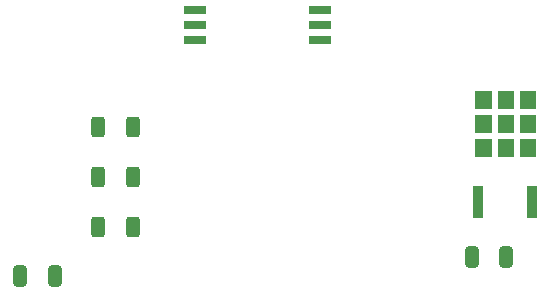
<source format=gbr>
%TF.GenerationSoftware,KiCad,Pcbnew,8.0.1*%
%TF.CreationDate,2024-11-12T01:42:51+00:00*%
%TF.ProjectId,Heating Element,48656174-696e-4672-9045-6c656d656e74,1*%
%TF.SameCoordinates,Original*%
%TF.FileFunction,Paste,Top*%
%TF.FilePolarity,Positive*%
%FSLAX46Y46*%
G04 Gerber Fmt 4.6, Leading zero omitted, Abs format (unit mm)*
G04 Created by KiCad (PCBNEW 8.0.1) date 2024-11-12 01:42:51*
%MOMM*%
%LPD*%
G01*
G04 APERTURE LIST*
G04 Aperture macros list*
%AMRoundRect*
0 Rectangle with rounded corners*
0 $1 Rounding radius*
0 $2 $3 $4 $5 $6 $7 $8 $9 X,Y pos of 4 corners*
0 Add a 4 corners polygon primitive as box body*
4,1,4,$2,$3,$4,$5,$6,$7,$8,$9,$2,$3,0*
0 Add four circle primitives for the rounded corners*
1,1,$1+$1,$2,$3*
1,1,$1+$1,$4,$5*
1,1,$1+$1,$6,$7*
1,1,$1+$1,$8,$9*
0 Add four rect primitives between the rounded corners*
20,1,$1+$1,$2,$3,$4,$5,0*
20,1,$1+$1,$4,$5,$6,$7,0*
20,1,$1+$1,$6,$7,$8,$9,0*
20,1,$1+$1,$8,$9,$2,$3,0*%
G04 Aperture macros list end*
%ADD10C,0.010000*%
%ADD11R,0.970000X2.830000*%
%ADD12RoundRect,0.250000X-0.312500X-0.625000X0.312500X-0.625000X0.312500X0.625000X-0.312500X0.625000X0*%
%ADD13R,1.850000X0.650000*%
%ADD14RoundRect,0.250000X-0.325000X-0.650000X0.325000X-0.650000X0.325000X0.650000X-0.325000X0.650000X0*%
G04 APERTURE END LIST*
D10*
%TO.C,U2*%
X145435000Y-93470000D02*
X144125000Y-93470000D01*
X144125000Y-92010000D01*
X145435000Y-92010000D01*
X145435000Y-93470000D01*
G36*
X145435000Y-93470000D02*
G01*
X144125000Y-93470000D01*
X144125000Y-92010000D01*
X145435000Y-92010000D01*
X145435000Y-93470000D01*
G37*
X143555000Y-93470000D02*
X142245000Y-93470000D01*
X142245000Y-92010000D01*
X143555000Y-92010000D01*
X143555000Y-93470000D01*
G36*
X143555000Y-93470000D02*
G01*
X142245000Y-93470000D01*
X142245000Y-92010000D01*
X143555000Y-92010000D01*
X143555000Y-93470000D01*
G37*
X147315000Y-93470000D02*
X146005000Y-93470000D01*
X146005000Y-92010000D01*
X147315000Y-92010000D01*
X147315000Y-93470000D01*
G36*
X147315000Y-93470000D02*
G01*
X146005000Y-93470000D01*
X146005000Y-92010000D01*
X147315000Y-92010000D01*
X147315000Y-93470000D01*
G37*
X143555000Y-91440000D02*
X142245000Y-91440000D01*
X142245000Y-89980000D01*
X143555000Y-89980000D01*
X143555000Y-91440000D01*
G36*
X143555000Y-91440000D02*
G01*
X142245000Y-91440000D01*
X142245000Y-89980000D01*
X143555000Y-89980000D01*
X143555000Y-91440000D01*
G37*
X145435000Y-91440000D02*
X144125000Y-91440000D01*
X144125000Y-89980000D01*
X145435000Y-89980000D01*
X145435000Y-91440000D01*
G36*
X145435000Y-91440000D02*
G01*
X144125000Y-91440000D01*
X144125000Y-89980000D01*
X145435000Y-89980000D01*
X145435000Y-91440000D01*
G37*
X147315000Y-91440000D02*
X146005000Y-91440000D01*
X146005000Y-89980000D01*
X147315000Y-89980000D01*
X147315000Y-91440000D01*
G36*
X147315000Y-91440000D02*
G01*
X146005000Y-91440000D01*
X146005000Y-89980000D01*
X147315000Y-89980000D01*
X147315000Y-91440000D01*
G37*
X143555000Y-95500000D02*
X142245000Y-95500000D01*
X142245000Y-94040000D01*
X143555000Y-94040000D01*
X143555000Y-95500000D01*
G36*
X143555000Y-95500000D02*
G01*
X142245000Y-95500000D01*
X142245000Y-94040000D01*
X143555000Y-94040000D01*
X143555000Y-95500000D01*
G37*
X145435000Y-95500000D02*
X144125000Y-95500000D01*
X144125000Y-94040000D01*
X145435000Y-94040000D01*
X145435000Y-95500000D01*
G36*
X145435000Y-95500000D02*
G01*
X144125000Y-95500000D01*
X144125000Y-94040000D01*
X145435000Y-94040000D01*
X145435000Y-95500000D01*
G37*
X147315000Y-95500000D02*
X146005000Y-95500000D01*
X146005000Y-94040000D01*
X147315000Y-94040000D01*
X147315000Y-95500000D01*
G36*
X147315000Y-95500000D02*
G01*
X146005000Y-95500000D01*
X146005000Y-94040000D01*
X147315000Y-94040000D01*
X147315000Y-95500000D01*
G37*
%TD*%
D11*
%TO.C,U2*%
X142490000Y-99390000D03*
X147070000Y-99390000D03*
%TD*%
D12*
%TO.C,R3*%
X110325000Y-101500000D03*
X113250000Y-101500000D03*
%TD*%
%TO.C,R2*%
X110297500Y-97270000D03*
X113222500Y-97270000D03*
%TD*%
%TO.C,R1*%
X110287500Y-93000000D03*
X113212500Y-93000000D03*
%TD*%
D13*
%TO.C,IC1*%
X118475000Y-83130000D03*
X118475000Y-84400000D03*
X118475000Y-85670000D03*
X129125000Y-85670000D03*
X129125000Y-84400000D03*
X129125000Y-83130000D03*
%TD*%
D14*
%TO.C,C2*%
X141925000Y-104000000D03*
X144875000Y-104000000D03*
%TD*%
%TO.C,C1*%
X103681000Y-105664000D03*
X106631000Y-105664000D03*
%TD*%
M02*

</source>
